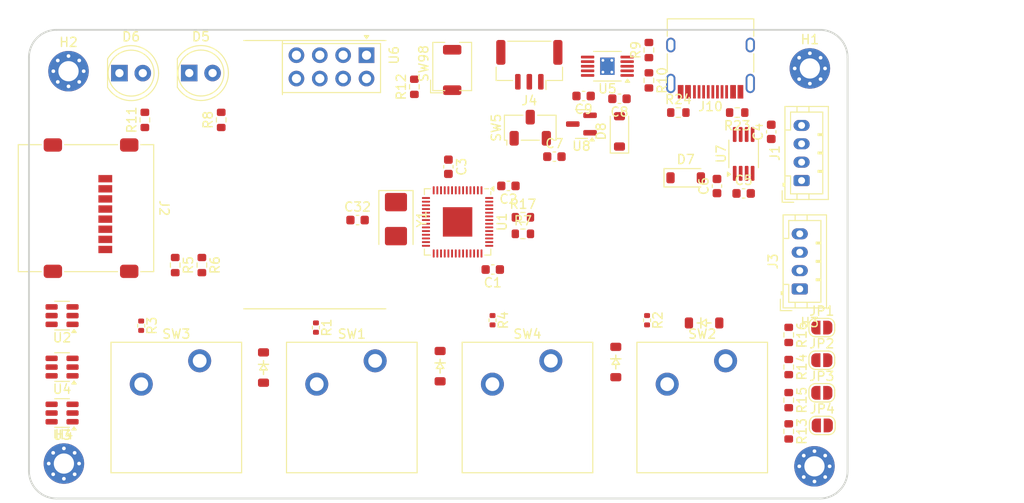
<source format=kicad_pcb>
(kicad_pcb (version 20241229) (generator "pcbnew") (generator_version "9.0")
  (layers (0 "F.Cu" signal) (2 "B.Cu" signal) (13 "F.Paste" user) (15 "B.Paste" user) (5 "F.SilkS" user "F.Silkscreen") (7 "B.SilkS" user "B.Silkscreen") (1 "F.Mask" user) (3 "B.Mask" user) (25 "Edge.Cuts" user))
  (net 0 "")
  (net 1 "GND")
  (net 2 "VBUS")
  (net 3 "VDD")
  (net 4 "/SW_1")
  (net 5 "Net-(D1-A)")
  (net 6 "/SW_2")
  (net 7 "Net-(D2-A)")
  (net 8 "/SW_3")
  (net 9 "Net-(D3-A)")
  (net 10 "Net-(D4-A)")
  (net 11 "/SW_4")
  (net 12 "Net-(D5-K)")
  (net 13 "Net-(D5-A)")
  (net 14 "VBAT")
  (net 15 "/nRF_UART_TX")
  (net 16 "/nRF_UART_RX")
  (net 17 "/SPI1_MISO")
  (net 18 "/SPI1_CS")
  (net 20 "/SPI1_SCK")
  (net 22 "Net-(J4-Pin_3)")
  (net 23 "/D-")
  (net 25 "Net-(J10-CC1)")
  (net 26 "Net-(J10-CC2)")
  (net 27 "/D+")
  (net 29 "/ADD_B0")
  (net 30 "/ADD_B1")
  (net 31 "/ADD_B2")
  (net 32 "/ADD_B3")
  (net 33 "Net-(R1-Pad2)")
  (net 34 "Net-(R2-Pad2)")
  (net 35 "Net-(R3-Pad2)")
  (net 36 "Net-(R4-Pad2)")
  (net 37 "Net-(U5-PRETERM)")
  (net 38 "Net-(U5-ISET)")
  (net 39 "/~{RESET}")
  (net 43 "+3.3V")
  (net 45 "/SPI1_MOSI")
  (net 47 "Net-(J10-D--PadA7)")
  (net 48 "Net-(J10-D+-PadA6)")
  (net 52 "Net-(U1-XIN)")
  (net 55 "Net-(U1-VREG_VOUT)")
  (net 58 "Net-(U1-XOUT)")
  (net 92 "/RP_SWDIO")
  (net 93 "/RP_SWCK")
  (net 94 "/RP_SDA0")
  (net 95 "/RP_SCK0")
  (net 96 "Net-(D6-A)")
  (net 98 "Net-(U7-GND)")
  (net 99 "Net-(U7-SENSE)")
  (net 100 "Net-(U7-BYP)")
  (net 101 "Net-(D7-A)")
  (net 102 "Net-(SW5-A)")
  (net 103 "Net-(D8-A)")
  (footprint "Capacitor_SMD:C_0603_1608Metric" (layer "F.Cu") (at 109.1 51.9 -90)
    (property "Reference" "C3" (at 0 -1.43 90) (layer "F.SilkS"))
    (property "Value" "1u")
    (pad "1" smd roundrect (at -0.775 0 270) (size 0.9 0.95) (layers "F.Cu" "F.Mask" "F.Paste") (net 1 "GND"))
    (pad "2" smd roundrect (at 0.775 0 270) (size 0.9 0.95) (layers "F.Cu" "F.Mask" "F.Paste") (net 43 "+3.3V"))
  )
  (footprint "Capacitor_SMD:C_0603_1608Metric" (layer "F.Cu") (at 127.7 44.5 180)
    (property "Reference" "C8" (at 0 -1.43 0) (layer "F.SilkS"))
    (property "Value" "1u")
    (pad "1" smd roundrect (at -0.775 0 180) (size 0.9 0.95) (layers "F.Cu" "F.Mask" "F.Paste") (net 2 "VBUS"))
    (pad "2" smd roundrect (at 0.775 0 180) (size 0.9 0.95) (layers "F.Cu" "F.Mask" "F.Paste") (net 1 "GND"))
  )
  (footprint "Resistor_SMD:R_0402_1005Metric" (layer "F.Cu") (at 94.7 69.4 -90)
    (property "Reference" "R1" (at 0 -1.17 90) (layer "F.SilkS"))
    (property "Value" "100")
    (pad "1" smd roundrect (at -0.509999 0 270) (size 0.54 0.64) (layers "F.Cu" "F.Mask" "F.Paste") (net 3 "VDD"))
    (pad "2" smd roundrect (at 0.509999 0 270) (size 0.54 0.64) (layers "F.Cu" "F.Mask" "F.Paste") (net 33 "Net-(R1-Pad2)"))
  )
  (footprint "Resistor_SMD:R_0603_1608Metric" (layer "F.Cu") (at 146.1 70.2 -90)
    (property "Reference" "R16" (at 0 -1.43 90) (layer "F.SilkS"))
    (property "Value" "10k")
    (pad "1" smd roundrect (at -0.825 0 270) (size 0.8 0.95) (layers "F.Cu" "F.Mask" "F.Paste") (net 29 "/ADD_B0"))
    (pad "2" smd roundrect (at 0.825 0 270) (size 0.8 0.95) (layers "F.Cu" "F.Mask" "F.Paste") (net 1 "GND"))
  )
  (footprint "Resistor_SMD:R_0603_1608Metric" (layer "F.Cu") (at 140.5 46 180)
    (property "Reference" "R23" (at 0 -1.43 0) (layer "F.SilkS"))
    (property "Value" "5.1K")
    (pad "1" smd roundrect (at -0.825 0 180) (size 0.8 0.95) (layers "F.Cu" "F.Mask" "F.Paste") (net 1 "GND"))
    (pad "2" smd roundrect (at 0.825 0 180) (size 0.8 0.95) (layers "F.Cu" "F.Mask" "F.Paste") (net 25 "Net-(J10-CC1)"))
  )
  (footprint "Package_DFN_QFN:QFN-56-1EP_7x7mm_P0.4mm_EP3.2x3.2mm" (layer "F.Cu") (at 110.1 57.9 -90)
    (property "Reference" "U1" (at 0 -4.83 90) (layer "F.SilkS"))
    (property "Value" "RP2040")
    (pad "1" smd roundrect (at -3.4375 -2.6 270) (size 0.875 0.2) (layers "F.Cu" "F.Mask" "F.Paste") (net 43 "+3.3V"))
    (pad "2" smd roundrect (at -3.4375 -2.199999 270) (size 0.875 0.2) (layers "F.Cu" "F.Mask" "F.Paste"))
    (pad "3" smd roundrect (at -3.4375 -1.8 270) (size 0.875 0.2) (layers "F.Cu" "F.Mask" "F.Paste"))
    (pad "4" smd roundrect (at -3.4375 -1.4 270) (size 0.875 0.2) (layers "F.Cu" "F.Mask" "F.Paste"))
    (pad "5" smd roundrect (at -3.4375 -1 270) (size 0.875 0.2) (layers "F.Cu" "F.Mask" "F.Paste"))
    (pad "6" smd roundrect (at -3.4375 -0.600001 270) (size 0.875 0.2) (layers "F.Cu" "F.Mask" "F.Paste"))
    (pad "7" smd roundrect (at -3.4375 -0.2 270) (size 0.875 0.2) (layers "F.Cu" "F.Mask" "F.Paste"))
    (pad "8" smd roundrect (at -3.4375 0.2 270) (size 0.875 0.2) (layers "F.Cu" "F.Mask" "F.Paste"))
    (pad "9" smd roundrect (at -3.4375 0.600001 270) (size 0.875 0.2) (layers "F.Cu" "F.Mask" "F.Paste"))
    (pad "10" smd roundrect (at -3.4375 1 270) (size 0.875 0.2) (layers "F.Cu" "F.Mask" "F.Paste") (net 43 "+3.3V"))
    (pad "11" smd roundrect (at -3.4375 1.4 270) (size 0.875 0.2) (layers "F.Cu" "F.Mask" "F.Paste"))
    (pad "12" smd roundrect (at -3.4375 1.8 270) (size 0.875 0.2) (layers "F.Cu" "F.Mask" "F.Paste"))
    (pad "13" smd roundrect (at -3.4375 2.199999 270) (size 0.875 0.2) (layers "F.Cu" "F.Mask" "F.Paste"))
    (pad "14" smd roundrect (at -3.4375 2.6 270) (size 0.875 0.2) (layers "F.Cu" "F.Mask" "F.Paste"))
    (pad "15" smd roundrect (at -2.6 3.4375 270) (size 0.2 0.875) (layers "F.Cu" "F.Mask" "F.Paste"))
    (pad "16" smd roundrect (at -2.199999 3.4375 270) (size 0.2 0.875) (layers "F.Cu" "F.Mask" "F.Paste"))
    (pad "17" smd roundrect (at -1.8 3.4375 270) (size 0.2 0.875) (layers "F.Cu" "F.Mask" "F.Paste"))
    (pad "18" smd roundrect (at -1.4 3.4375 270) (size 0.2 0.875) (layers "F.Cu" "F.Mask" "F.Paste"))
    (pad "19" smd roundrect (at -1 3.4375 270) (size 0.2 0.875) (layers "F.Cu" "F.Mask" "F.Paste") (net 1 "GND"))
    (pad "20" smd roundrect (at -0.600001 3.4375 270) (size 0.2 0.875) (layers "F.Cu" "F.Mask" "F.Paste") (net 52 "Net-(U1-XIN)"))
    (pad "21" smd roundrect (at -0.2 3.4375 270) (size 0.2 0.875) (layers "F.Cu" "F.Mask" "F.Paste") (net 58 "Net-(U1-XOUT)"))
    (pad "22" smd roundrect (at 0.2 3.4375 270) (size 0.2 0.875) (layers "F.Cu" "F.Mask" "F.Paste") (net 43 "+3.3V"))
    (pad "23" smd roundrect (at 0.600001 3.4375 270) (size 0.2 0.875) (layers "F.Cu" "F.Mask" "F.Paste") (net 55 "Net-(U1-VREG_VOUT)"))
    (pad "24" smd roundrect (at 1 3.4375 270) (size 0.2 0.875) (layers "F.Cu" "F.Mask" "F.Paste") (net 93 "/RP_SWCK"))
    (pad "25" smd roundrect (at 1.4 3.4375 270) (size 0.2 0.875) (layers "F.Cu" "F.Mask" "F.Paste") (net 92 "/RP_SWDIO"))
    (pad "26" smd roundrect (at 1.8 3.4375 270) (size 0.2 0.875) (layers "F.Cu" "F.Mask" "F.Paste") (net 39 "/~{RESET}"))
    (pad "27" smd roundrect (at 2.199999 3.4375 270) (size 0.2 0.875) (layers "F.Cu" "F.Mask" "F.Paste"))
    (pad "28" smd roundrect (at 2.6 3.4375 270) (size 0.2 0.875) (layers "F.Cu" "F.Mask" "F.Paste"))
    (pad "29" smd roundrect (at 3.4375 2.6 270) (size 0.875 0.2) (layers "F.Cu" "F.Mask" "F.Paste"))
    (pad "30" smd roundrect (at 3.4375 2.199999 270) (size 0.875 0.2) (layers "F.Cu" "F.Mask" "F.Paste"))
    (pad "31" smd roundrect (at 3.4375 1.8 270) (size 0.875 0.2) (layers "F.Cu" "F.Mask" "F.Paste"))
    (pad "32" smd roundrect (at 3.4375 1.4 270) (size 0.875 0.2) (layers "F.Cu" "F.Mask" "F.Paste"))
    (pad "33" smd roundrect (at 3.4375 1 270) (size 0.875 0.2) (layers "F.Cu" "F.Mask" "F.Paste") (net 43 "+3.3V"))
    (pad "34" smd roundrect (at 3.4375 0.600001 270) (size 0.875 0.2) (layers "F.Cu" "F.Mask" "F.Paste"))
    (pad "35" smd roundrect (at 3.4375 0.2 270) (size 0.875 0.2) (layers "F.Cu" "F.Mask" "F.Paste"))
    (pad "36" smd roundrect (at 3.4375 -0.2 270) (size 0.875 0.2) (layers "F.Cu" "F.Mask" "F.Paste"))
    (pad "37" smd roundrect (at 3.4375 -0.600001 270) (size 0.875 0.2) (layers "F.Cu" "F.Mask" "F.Paste"))
    (pad "38" smd roundrect (at 3.4375 -1 270) (size 0.875 0.2) (layers "F.Cu" "F.Mask" "F.Paste"))
    (pad "39" smd roundrect (at 3.4375 -1.4 270) (size 0.875 0.2) (layers "F.Cu" "F.Mask" "F.Paste"))
    (pad "40" smd roundrect (at 3.4375 -1.8 270) (size 0.875 0.2) (layers "F.Cu" "F.Mask" "F.Paste"))
    (pad "41" smd roundrect (at 3.4375 -2.199999 270) (size 0.875 0.2) (layers "F.Cu" "F.Mask" "F.Paste"))
    (pad "42" smd roundrect (at 3.4375 -2.6 270) (size 0.875 0.2) (layers "F.Cu" "F.Mask" "F.Paste") (net 43 "+3.3V"))
    (pad "43" smd roundrect (at 2.6 -3.4375 270) (size 0.2 0.875) (layers "F.Cu" "F.Mask" "F.Paste") (net 43 "+3.3V"))
    (pad "44" smd roundrect (at 2.199999 -3.4375 270) (size 0.2 0.875) (layers "F.Cu" "F.Mask" "F.Paste") (net 43 "+3.3V"))
    (pad "45" smd roundrect (at 1.8 -3.4375 270) (size 0.2 0.875) (layers "F.Cu" "F.Mask" "F.Paste") (net 55 "Net-(U1-VREG_VOUT)"))
    (pad "46" smd roundrect (at 1.4 -3.4375 270) (size 0.2 0.875) (layers "F.Cu" "F.Mask" "F.Paste") (net 23 "/D-"))
    (pad "47" smd roundrect (at 1 -3.4375 270) (size 0.2 0.875) (layers "F.Cu" "F.Mask" "F.Paste") (net 27 "/D+"))
    (pad "48" smd roundrect (at 0.600001 -3.4375 270) (size 0.2 0.875) (layers "F.Cu" "F.Mask" "F.Paste") (net 43 "+3.3V"))
    (pad "49" smd roundrect (at 0.2 -3.4375 270) (size 0.2 0.875) (layers "F.Cu" "F.Mask" "F.Paste") (net 43 "+3.3V"))
    (pad "50" smd roundrect (at -0.2 -3.4375 270) (size 0.2 0.875) (layers "F.Cu" "F.Mask" "F.Paste") (net 55 "Net-(U1-VREG_VOUT)"))
    (pad "51" smd roundrect (at -0.600001 -3.4375 270) (size 0.2 0.875) (layers "F.Cu" "F.Mask" "F.Paste"))
    (pad "52" smd roundrect (at -1 -3.4375 270) (size 0.2 0.875) (layers "F.Cu" "F.Mask" "F.Paste") (net 20 "/SPI1_SCK"))
    (pad "53" smd roundrect (at -1.4 -3.4375 270) (size 0.2 0.875) (layers "F.Cu" "F.Mask" "F.Paste"))
    (pad "54" smd roundrect (at -1.8 -3.4375 270) (size 0.2 0.875) (layers "F.Cu" "F.Mask" "F.Paste"))
    (pad "55" smd roundrect (at -2.199999 -3.4375 270) (size 0.2 0.875) (layers "F.Cu" "F.Mask" "F.Paste") (net 17 "/SPI1_MISO"))
    (pad "56" smd roundrect (at -2.6 -3.4375 270) (size 0.2 0.875) (layers "F.Cu" "F.Mask" "F.Paste"))
    (pad "57" smd rect (at 0 0 270) (size 3.2 3.2) (property pad_prop_heatsink) (layers "F.Cu" "F.Mask") (net 1 "GND"))
  )
  (footprint "Capacitor_SMD:C_0603_1608Metric" (layer "F.Cu") (at 99.225 57.7)
    (property "Reference" "C32" (at 0 -1.43 0) (layer "F.SilkS"))
    (property "Value" "1u")
    (pad "1" smd roundrect (at -0.775 0) (size 0.9 0.95) (layers "F.Cu" "F.Mask" "F.Paste") (net 1 "GND"))
    (pad "2" smd roundrect (at 0.775 0) (size 0.9 0.95) (layers "F.Cu" "F.Mask" "F.Paste") (net 43 "+3.3V"))
  )
  (footprint "ScottoKeebs_MX:MX_PCB_1.00u" (layer "F.Cu") (at 79.52 78.1)
    (property "Reference" "SW3" (at 0 -8 0) (layer "F.SilkS"))
    (property "Value" "1")
    (pad "" np_thru_hole circle (at -5.08 0) (size 1.75 1.75) (drill 1.75) (layers "*.Cu" "*.Mask"))
    (pad "" np_thru_hole circle (at 0 0) (size 4 4) (drill 4) (layers "*.Cu" "*.Mask"))
    (pad "" np_thru_hole circle (at 5.08 0) (size 1.75 1.75) (drill 1.75) (layers "*.Cu" "*.Mask"))
    (pad "1" thru_hole circle (at -3.81 -2.54) (size 2.5 2.5) (drill 1.5) (layers "*.Cu" "*.Mask") (net 35 "Net-(R3-Pad2)"))
    (pad "2" thru_hole circle (at 2.54 -5.08) (size 2.5 2.5) (drill 1.5) (layers "*.Cu" "*.Mask") (net 9 "Net-(D3-A)"))
  )
  (footprint "Crystal:Crystal_SMD_5032-2Pin_5.0x3.2mm" (layer "F.Cu") (at 103.4 57.6 -90)
    (property "Reference" "Y1" (at 0 -2.8 90) (layer "F.SilkS"))
    (property "Value" "12MHz")
    (pad "1" smd roundrect (at -1.850001 0 270) (size 2 2.4) (layers "F.Cu" "F.Mask" "F.Paste") (roundrect_rratio 0.125) (net 52 "Net-(U1-XIN)"))
    (pad "2" smd roundrect (at 1.850001 0 270) (size 2 2.4) (layers "F.Cu" "F.Mask" "F.Paste") (roundrect_rratio 0.125) (net 58 "Net-(U1-XOUT)"))
  )
  (footprint "MountingHole:MountingHole_2.2mm_M2_Pad_Via" (layer "F.Cu") (at 67.3 84.2)
    (property "Reference" "H4" (at 0 -3.15 0) (layer "F.SilkS"))
    (property "Value" "MountingHole_Pad")
    (pad "1" thru_hole circle (at -1.65 0) (size 0.7 0.7) (drill 0.4) (layers "*.Cu" "*.Mask") (net 1 "GND"))
    (pad "1" thru_hole circle (at -1.166726 -1.166726) (size 0.7 0.7) (drill 0.4) (layers "*.Cu" "*.Mask") (net 1 "GND"))
    (pad "1" thru_hole circle (at -1.166726 1.166726) (size 0.7 0.7) (drill 0.4) (layers "*.Cu" "*.Mask") (net 1 "GND"))
    (pad "1" thru_hole circle (at 0 -1.65) (size 0.7 0.7) (drill 0.4) (layers "*.Cu" "*.Mask") (net 1 "GND"))
    (pad "1" thru_hole circle (at 0 0) (size 4.4 4.4) (drill 2.2) (layers "*.Cu" "*.Mask") (net 1 "GND"))
    (pad "1" thru_hole circle (at 0 1.65) (size 0.7 0.7) (drill 0.4) (layers "*.Cu" "*.Mask") (net 1 "GND"))
    (pad "1" thru_hole circle (at 1.166726 -1.166726) (size 0.7 0.7) (drill 0.4) (layers "*.Cu" "*.Mask") (net 1 "GND"))
    (pad "1" thru_hole circle (at 1.166726 1.166726) (size 0.7 0.7) (drill 0.4) (layers "*.Cu" "*.Mask") (net 1 "GND"))
    (pad "1" thru_hole circle (at 1.65 0) (size 0.7 0.7) (drill 0.4) (layers "*.Cu" "*.Mask") (net 1 "GND"))
  )
  (footprint "Package_TO_SOT_SMD:SOT-23-6" (layer "F.Cu") (at 67.1 68.1 180)
    (property "Reference" "U2" (at 0 -2.4 0) (layer "F.SilkS"))
    (property "Value" "24AA025E-OT")
    (pad "1" smd roundrect (at -1.1375 -0.949999 180) (size 1.325 0.6) (layers "F.Cu" "F.Mask" "F.Paste") (net 95 "/RP_SCK0"))
    (pad "2" smd roundrect (at -1.1375 0 180) (size 1.325 0.6) (layers "F.Cu" "F.Mask" "F.Paste") (net 1 "GND"))
    (pad "3" smd roundrect (at -1.1375 0.949999 180) (size 1.325 0.6) (layers "F.Cu" "F.Mask" "F.Paste") (net 94 "/RP_SDA0"))
    (pad "4" smd roundrect (at 1.1375 0.949999 180) (size 1.325 0.6) (layers "F.Cu" "F.Mask" "F.Paste") (net 1 "GND"))
    (pad "5" smd roundrect (at 1.1375 0 180) (size 1.325 0.6) (layers "F.Cu" "F.Mask" "F.Paste") (net 1 "GND"))
    (pad "6" smd roundrect (at 1.1375 -0.949999 180) (size 1.325 0.6) (layers "F.Cu" "F.Mask" "F.Paste") (net 43 "+3.3V"))
  )
  (footprint "ScottoKeebs_Components:Diode_SOD-123" (layer "F.Cu") (at 108.2 73.6 -90)
    (property "Reference" "D1" (hide yes))
    (property "Value" "ESC")
    (pad "1" smd roundrect (at -1.65 0 270) (size 0.9 1.2) (layers "F.Cu" "F.Mask" "F.Paste") (net 4 "/SW_1"))
    (pad "2" smd roundrect (at 1.65 0 270) (size 0.9 1.2) (layers "F.Cu" "F.Mask" "F.Paste") (net 5 "Net-(D1-A)"))
  )
  (footprint "Jumper:SolderJumper-2_P1.3mm_Open_RoundedPad1.0x1.5mm" (layer "F.Cu") (at 149.7 76.5)
    (property "Reference" "JP3" (at 0 -1.8 0) (layer "F.SilkS"))
    (property "Value" "SolderJumper_2_Open")
    (pad "1" smd custom (at -0.649999 0) (size 1 0.5) (layers "F.Cu" "F.Mask") (net 31 "/ADD_B2") (options (clearance outline) (anchor rect)) (primitives (gr_circle (center 0 0.25) (end 0.5 0.25) (width 0) (fill yes)) (gr_circle (center 0 -0.25) (end 0.5 -0.25) (width 0) (fill yes)) (gr_poly (pts (xy 0.5 0.75) (xy 0 0.75) (xy 0 -0.75) (xy 0.5 -0.75)) (width 0) (fill yes))))
    (pad "2" smd custom (at 0.649999 0) (size 1 0.5) (layers "F.Cu" "F.Mask") (net 3 "VDD") (options (clearance outline) (anchor rect)) (primitives (gr_circle (center 0 0.25) (end 0.5 0.25) (width 0) (fill yes)) (gr_circle (center 0 -0.25) (end 0.5 -0.25) (width 0) (fill yes)) (gr_poly (pts (xy 0 0.75) (xy -0.5 0.75) (xy -0.5 -0.75) (xy 0 -0.75)) (width 0) (fill yes))))
  )
  (footprint "Resistor_SMD:R_0603_1608Metric" (layer "F.Cu") (at 117.2 57.4)
    (property "Reference" "R17" (at 0 -1.43 0) (layer "F.SilkS"))
    (property "Value" "22")
    (pad "1" smd roundrect (at -0.825 0) (size 0.8 0.95) (layers "F.Cu" "F.Mask" "F.Paste") (net 27 "/D+"))
    (pad "2" smd roundrect (at 0.825 0) (size 0.8 0.95) (layers "F.Cu" "F.Mask" "F.Paste") (net 48 "Net-(J10-D+-PadA6)"))
  )
  (footprint "Resistor_SMD:R_0603_1608Metric" (layer "F.Cu") (at 117.2 59.2)
    (property "Reference" "R7" (at 0 -1.43 0) (layer "F.SilkS"))
    (property "Value" "22")
    (pad "1" smd roundrect (at -0.825 0) (size 0.8 0.95) (layers "F.Cu" "F.Mask" "F.Paste") (net 23 "/D-"))
    (pad "2" smd roundrect (at 0.825 0) (size 0.8 0.95) (layers "F.Cu" "F.Mask" "F.Paste") (net 47 "Net-(J10-D--PadA7)"))
  )
  (footprint "Capacitor_SMD:C_0603_1608Metric" (layer "F.Cu") (at 120.625 50.8)
    (property "Reference" "C7" (at 0 -1.43 0) (layer "F.SilkS"))
    (property "Value" "1u")
    (pad "1" smd roundrect (at -0.775 0) (size 0.9 0.95) (layers "F.Cu" "F.Mask" "F.Paste") (net 102 "Net-(SW5-A)"))
    (pad "2" smd roundrect (at 0.775 0) (size 0.9 0.95) (layers "F.Cu" "F.Mask" "F.Paste") (net 1 "GND"))
  )
  (footprint "MountingHole:MountingHole_2.2mm_M2_Pad_Via" (layer "F.Cu") (at 148.9 84.5)
    (property "Reference" "H3" (at -0.52028 -15.658147 180) (layer "F.SilkS"))
    (property "Value" "MountingHole_Pad")
    (pad "1" thru_hole circle (at -1.65 0) (size 0.7 0.7) (drill 0.4) (layers "*.Cu" "*.Mask") (net 14 "VBAT"))
    (pad "1" thru_hole circle (at -1.166726 -1.166726) (size 0.7 0.7) (drill 0.4) (layers "*.Cu" "*.Mask") (net 14 "VBAT"))
    (pad "1" thru_hole circle (at -1.166726 1.166726) (size 0.7 0.7) (drill 0.4) (layers "*.Cu" "*.Mask") (net 14 "VBAT"))
    (pad "1" thru_hole circle (at 0 -1.65) (size 0.7 0.7) (drill 0.4) (layers "*.Cu" "*.Mask") (net 14 "VBAT"))
    (pad "1" thru_hole circle (at 0 0) (size 4.4 4.4) (drill 2.2) (layers "*.Cu" "*.Mask") (net 14 "VBAT"))
    (pad "1" thru_hole circle (at 0 1.65) (size 0.7 0.7) (drill 0.4) (layers "*.Cu" "*.Mask") (net 14 "VBAT"))
    (pad "1" thru_hole circle (at 1.166726 -1.166726) (size 0.7 0.7) (drill 0.4) (layers "*.Cu" "*.Mask") (net 14 "VBAT"))
    (pad "1" thru_hole circle (at 1.166726 1.166726) (size 0.7 0.7) (drill 0.4) (layers "*.Cu" "*.Mask") (net 14 "VBAT"))
    (pad "1" thru_hole circle (at 1.65 0) (size 0.7 0.7) (drill 0.4) (layers "*.Cu" "*.Mask") (net 14 "VBAT"))
  )
  (footprint "Resistor_SMD:R_0603_1608Metric" (layer "F.Cu") (at 134.1 46)
    (property "Reference" "R24" (at 0 -1.43 0) (layer "F.SilkS"))
    (property "Value" "5.1K")
    (pad "1" smd roundrect (at -0.825 0) (size 0.8 0.95) (layers "F.Cu" "F.Mask" "F.Paste") (net 1 "GND"))
    (pad "2" smd roundrect (at 0.825 0) (size 0.8 0.95) (layers "F.Cu" "F.Mask" "F.Paste") (net 26 "Net-(J10-CC2)"))
  )
  (footprint "Capacitor_SMD:C_0603_1608Metric" (layer "F.Cu") (at 138.3 54 90)
    (property "Reference" "C6" (at 0 -1.43 90) (layer "F.SilkS"))
    (property "Value" "10u")
    (pad "1" smd roundrect (at -0.775 0 90) (size 0.9 0.95) (layers "F.Cu" "F.Mask" "F.Paste") (net 98 "Net-(U7-GND)"))
    (pad "2" smd roundrect (at 0.775 0 90) (size 0.9 0.95) (layers "F.Cu" "F.Mask" "F.Paste") (net 101 "Net-(D7-A)"))
  )
  (footprint "Resistor_SMD:R_0603_1608Metric" (layer "F.Cu") (at 146.1 77.3 -90)
    (property "Reference" "R15" (at 0 -1.43 90) (layer "F.SilkS"))
    (property "Value" "10k")
    (pad "1" smd roundrect (at -0.825 0 270) (size 0.8 0.95) (layers "F.Cu" "F.Mask" "F.Paste") (net 30 "/ADD_B1"))
    (pad "2" smd roundrect (at 0.825 0 270) (size 0.8 0.95) (layers "F.Cu" "F.Mask" "F.Paste") (net 1 "GND"))
  )
  (footprint "ScottoKeebs_MX:MX_PCB_1.00u" (layer "F.Cu") (at 98.6 78.1)
    (property "Reference" "SW1" (at 0 -8 0) (layer "F.SilkS"))
    (property "Value" "ESC")
    (pad "" np_thru_hole circle (at -5.08 0) (size 1.75 1.75) (drill 1.75) (layers "*.Cu" "*.Mask"))
    (pad "" np_thru_hole circle (at 0 0) (size 4 4) (drill 4) (layers "*.Cu" "*.Mask"))
    (pad "" np_thru_hole circle (at 5.08 0) (size 1.75 1.75) (drill 1.75) (layers "*.Cu" "*.Mask"))
    (pad "1" thru_hole circle (at -3.81 -2.54) (size 2.5 2.5) (drill 1.5) (layers "*.Cu" "*.Mask") (net 33 "Net-(R1-Pad2)"))
    (pad "2" thru_hole circle (at 2.54 -5.08) (size 2.5 2.5) (drill 1.5) (layers "*.Cu" "*.Mask") (net 5 "Net-(D1-A)"))
  )
  (footprint "Package_SO:HVSSOP-10-1EP_3x3mm_P0.5mm_EP1.57x1.88mm_ThermalVias" (layer "F.Cu") (at 126.385 40.96 180)
    (property "Reference" "U5" (at 0 -2.450001 0) (layer "F.SilkS"))
    (property "Value" "BQ24090DGQ")
    (pad "1" smd roundrect (at -2.15 -1 180) (size 1.45 0.3) (layers "F.Cu" "F.Mask" "F.Paste") (net 2 "VBUS"))
    (pad "2" smd roundrect (at -2.15 -0.5 180) (size 1.45 0.3) (layers "F.Cu" "F.Mask" "F.Paste") (net 38 "Net-(U5-ISET)"))
    (pad "3" smd roundrect (at -2.150001 0 180) (size 1.45 0.3) (layers "F.Cu" "F.Mask" "F.Paste") (net 1 "GND"))
    (pad "4" smd roundrect (at -2.15 0.5 180) (size 1.45 0.3) (layers "F.Cu" "F.Mask" "F.Paste") (net 37 "Net-(U5-PRETERM)"))
    (pad "5" smd roundrect (at -2.15 1 180) (size 1.45 0.3) (layers "F.Cu" "F.Mask" "F.Paste"))
    (pad "6" smd roundrect (at 2.15 1 180) (size 1.45 0.3) (layers "F.Cu" "F.Mask" "F.Paste"))
    (pad "7" smd roundrect (at 2.15 0.5 180) (size 1.45 0.3) (layers "F.Cu" "F.Mask" "F.Paste"))
    (pad "8" smd roundrect (at 2.150001 0 180) (size 1.45 0.3) (layers "F.Cu" "F.Mask" "F.Paste") (net 12 "Net-(D5-K)"))
    (pad "9" smd roundrect (at 2.15 -0.5 180) (size 1.45 0.3) (layers "F.Cu" "F.Mask" "F.Paste") (net 22 "Net-(J4-Pin_3)"))
    (pad "10" smd roundrect (at 2.15 -1 180) (size 1.45 0.3) (layers "F.Cu" "F.Mask" "F.Paste") (net 14 "VBAT"))
    (pad "11" thru_hole circle (at -0.485 -0.64 180) (size 0.6 0.6) (drill 0.3) (property pad_prop_heatsink) (layers "*.Cu") (net 1 "GND"))
    (pad "11" thru_hole circle (at -0.485 0.64 180) (size 0.6 0.6) (drill 0.3) (property pad_prop_heatsink) (layers "*.Cu") (net 1 "GND"))
    (pad "11" smd rect (at 0 0 180) (size 1.57 1.88) (property pad_prop_heatsink) (layers "F.Cu" "F.Mask") (net 1 "GND"))
    (pad "11" smd rect (at 0 0 180) (size 1.57 1.88) (property pad_prop_heatsink) (layers "B.Cu") (net 1 "GND"))
    (pad "11" thru_hole circle (at 0.485 -0.64 180) (size 0.6 0.6) (drill 0.3) (property pad_prop_heatsink) (layers "*.Cu") (net 1 "GND"))
    (pad "11" thru_hole circle (at 0.485 0.64 180) (size 0.6 0.6) (drill 0.3) (property pad_prop_heatsink) (layers "*.Cu") (net 1 "GND"))
  )
  (footprint "Package_TO_SOT_SMD:SOT-23" (layer "F.Cu") (at 123.5625 47.25 180)
    (property "Reference" "U8" (at 0 -2.4 0) (layer "F.SilkS"))
    (property "Value" "MCP1700x-330xxTT")
    (pad "1" smd roundrect (at -0.9375 -0.95 180) (size 1.475 0.6) (layers "F.Cu" "F.Mask" "F.Paste") (net 1 "GND"))
    (pad "2" smd roundrect (at -0.9375 0.95 180) (size 1.475 0.6) (layers "F.Cu" "F.Mask" "F.Paste") (net 103 "Net-(D8-A)"))
    (pad "3" smd roundrect (at 0.937501 0 180) (size 1.475 0.6) (layers "F.Cu" "F.Mask" "F.Paste") (net 102 "Net-(SW5-A)"))
  )
  (footprint "Connector_Card:microSD_HC_Molex_47219-2001" (layer "F.Cu") (at 69.7 56.405 -90)
    (property "Reference" "J2" (at 0 -8.500001 270) (layer "F.SilkS"))
    (property "Value" "Micro_SD_Card")
    (pad "1" smd rect (at -3.205 -2.1 270) (size 0.8 1.5) (layers "F.Cu" "F.Mask" "F.Paste"))
    (pad "2" smd rect (at -2.105 -2.1 270) (size 0.8 1.5) (layers "F.Cu" "F.Mask" "F.Paste") (net 18 "/SPI1_CS"))
    (pad "3" smd rect (at -1.005 -2.1 270) (size 0.8 1.5) (layers "F.Cu" "F.Mask" "F.Paste") (net 45 "/SPI1_MOSI"))
    (pad "4" smd rect (at 0.095 -2.1 270) (size 0.8 1.5) (layers "F.Cu" "F.Mask" "F.Paste") (net 43 "+3.3V"))
    (pad "5" smd rect (at 1.195 -2.1 270) (size 0.8 1.5) (layers "F.Cu" "F.Mask" "F.Paste") (net 20 "/SPI1_SCK"))
    (pad "6" smd rect (at 2.295 -2.1 270) (size 0.8 1.5) (layers "F.Cu" "F.Mask" "F.Paste") (net 1 "GND"))
    (pad "7" smd rect (at 3.395 -2.1 270) (size 0.8 1.5) (layers "F.Cu" "F.Mask" "F.Paste") (net 17 "/SPI1_MISO"))
    (pad "8" smd rect (at 4.495 -2.1 270) (size 0.8 1.5) (layers "F.Cu" "F.Mask" "F.Paste"))
    (pad "9" smd roundrect (at -6.875001 3.6 270) (size 1.45 2) (layers "F.Cu" "F.Mask" "F.Paste") (net 1 "GND"))
    (pad "9" smd roundrect (at -6.875 -4.7 270) (size 1.45 2) (layers "F.Cu" "F.Mask" "F.Paste") (net 1 "GND"))
    (pad "9" smd roundrect (at 6.875 -4.7 270) (size 1.45 2) (layers "F.Cu" "F.Mask" "F.Paste") (net 1 "GND"))
    (pad "9" smd roundrect (at 6.875001 3.6 270) (size 1.45 2) (layers "F.Cu" "F.Mask" "F.Paste") (net 1 "GND"))
  )
  (footprint "Capacitor_SMD:C_0603_1608Metric" (layer "F.Cu") (at 115.624517 53.983096 180)
    (property "Reference" "C2" (at 0 -1.43 0) (layer "F.SilkS"))
    (property "Value" "1u")
    (pad "1" smd roundrect (at -0.775 0 180) (size 0.9 0.95) (layers "F.Cu" "F.Mask" "F.Paste") (net 1 "GND"))
    (pad "2" smd roundrect (at 0.775 0 180) (size 0.9 0.95) (layers "F.Cu" "F.Mask" "F.Paste") (net 43 "+3.3V"))
  )
  (footprint "Resistor_SMD:R_0603_1608Metric" (layer "F.Cu") (at 130.9 42.5 -90)
    (property "Reference" "R10" (at 0 -1.43 90) (layer "F.SilkS"))
    (property "Value" "1k")
    (pad "1" smd roundrect (at -0.825 0 270) (size 0.8 0.95) (layers "F.Cu" "F.Mask" "F.Paste") (net 38 "Net-(U5-ISET)"))
    (pad "2" smd roundrect (at 0.825 0 270) (size 0.8 0.95) (layers "F.Cu" "F.Mask" "F.Paste") (net 1 "GND"))
  )
  (footprint "Jumper:SolderJumper-2_P1.3mm_Open_RoundedPad1.0x1.5mm" (layer "F.Cu") (at 149.699999 72.950001)
    (property "Reference" "JP2" (at 0 -1.8 0) (layer "F.SilkS"))
    (property "Value" "SolderJumper_2_Open")
    (pad "1" smd custom (at -0.649999 0) (size 1 0.5) (layers "F.Cu" "F.Mask") (net 30 "/ADD_B1") (options (clearance outline) (anchor rect)) (primitives (gr_circle (center 0 0.25) (end 0.5 0.25) (width 0) (fill yes)) (gr_circle (center 0 -0.25) (end 0.5 -0.25) (width 0) (fill yes)) (gr_poly (pts (xy 0.5 0.75) (xy 0 0.75) (xy 0 -0.75) (xy 0.5 -0.75)) (width 0) (fill yes))))
    (pad "2" smd custom (at 0.649999 0) (size 1 0.5) (layers "F.Cu" "F.Mask") (net 3 "VDD") (options (clearance outline) (anchor rect)) (primitives (gr_circle (center 0 0.25) (end 0.5 0.25) (width 0) (fill yes)) (gr_circle (center 0 -0.25) (end 0.5 -0.25) (width 0) (fill yes)) (gr_poly (pts (xy 0 0.75) (xy -0.5 0.75) (xy -0.5 -0.75) (xy 0 -0.75)) (width 0) (fill yes))))
  )
  (footprint "Diode_SMD:D_SOD-123" (layer "F.Cu") (at 127.7 48.05 90)
    (property "Reference" "D8" (at 0 -2.000001 90) (layer "F.SilkS"))
    (property "Value" "MBR0520")
    (pad "1" smd roundrect (at -1.65 0 90) (size 0.9 1.2) (layers "F.Cu" "F.Mask" "F.Paste") (net 43 "+3.3V"))
    (pad "2" smd roundrect (at 1.65 0 90) (size 0.9 1.2) (layers "F.Cu" "F.Mask" "F.Paste") (net 103 "Net-(D8-A)"))
  )
  (footprint "Resistor_SMD:R_0603_1608Metric" (layer "F.Cu") (at 146.1 73.7 -90)
    (property "Reference" "R14" (at 0 -1.43 90) (layer "F.SilkS"))
    (property "Value" "10k")
    (pad "1" smd roundrect (at -0.825 0 270) (size 0.8 0.95) (layers "F.Cu" "F.Mask" "F.Paste") (net 31 "/ADD_B2"))
    (pad "2" smd roundrect (at 0.825 0 270) (size 0.8 0.95) (layers "F.Cu" "F.Mask" "F.Paste") (net 1 "GND"))
  )
  (footprint "Resistor_SMD:R_0603_1608Metric" (layer "F.Cu") (at 105.4 43.2 90)
    (property "Reference" "R12" (at 0 -1.43 90) (layer "F.SilkS"))
    (property "Value" "10k")
    (pad "1" smd roundrect (at -0.825 0 90) (size 0.8 0.95) (layers "F.Cu" "F.Mask" "F.Paste") (net 3 "VDD"))
    (pad "2" smd roundrect (at 0.825 0 90) (size 0.8 0.95) (layers "F.Cu" "F.Mask" "F.Paste") (net 39 "/~{RESET}"))
  )
  (footprint "Package_TO_SOT_SMD:SOT-23-6" (layer "F.Cu") (at 67.1 78.7 180)
    (property "Reference" "U3" (at 0 -2.4 0) (layer "F.SilkS"))
    (property "Value" "24AA025E-OT")
    (pad "1" smd roundrect (at -1.1375 -0.949999 180) (size 1.325 0.6) (layers "F.Cu" "F.Mask" "F.Paste") (net 95 "/RP_SCK0"))
    (pad "2" smd roundrect (at -1.1375 0 180) (size 1.325 0.6) (layers "F.Cu" "F.Mask" "F.Paste") (net 1 "GND"))
    (pad "3" smd roundrect (at -1.1375 0.949999 180) (size 1.325 0.6) (layers "F.Cu" "F.Mask" "F.Paste") (net 94 "/RP_SDA0"))
    (pad "4" smd roundrect (at 1.1375 0.949999 180) (size 1.325 0.6) (layers "F.Cu" "F.Mask" "F.Paste") (net 1 "GND"))
    (pad "5" smd roundrect (at 1.1375 0 180) (size 1.325 0.6) (layers "F.Cu" "F.Mask" "F.Paste") (net 43 "+3.3V"))
    (pad "6" smd roundrect (at 1.1375 -0.949999 180) (size 1.325 0.6) (layers "F.Cu" "F.Mask" "F.Paste") (net 43 "+3.3V"))
  )
  (footprint "Capacitor_SMD:C_0603_1608Metric" (layer "F.Cu") (at 123.8 44.2 180)
    (property "Reference" "C9" (at 0 -1.43 0) (layer "F.SilkS"))
    (property "Value" "1u")
    (pad "1" smd roundrect (at -0.775 0 180) (size 0.9 0.95) (layers "F.Cu" "F.Mask" "F.Paste") (net 103 "Net-(D8-A)"))
    (pad "2" smd roundrect (at 0.775 0 180) (size 0.9 0.95) (layers "F.Cu" "F.Mask" "F.Paste") (net 1 "GND"))
  )
  (footprint "Connector_USB:USB_C_Receptacle_HRO_TYPE-C-31-M-12" (layer "F.Cu") (at 137.6 39.7 180)
    (property "Reference" "J10" (at 0 -5.645 0) (layer "F.SilkS"))
    (property "Value" "USB_C_Receptacle_USB2.0")
    (pad "" np_thru_hole circle (at -2.89 -2.6 180) (size 0.65 0.65) (drill 0.65) (layers "*.Cu" "*.Mask"))
    (pad "" np_thru_hole circle (at 2.89 -2.6 180) (size 0.65 0.65) (drill 0.65) (layers "*.Cu" "*.Mask"))
    (pad "A1" smd rect (at -3.25 -4.045 180) (size 0.6 1.45) (layers "F.Cu" "F.Mask" "F.Paste") (net 1 "GND"))
    (pad "A4" smd rect (at -2.450001 -4.045 180) (size 0.6 1.45) (layers "F.Cu" "F.Mask" "F.Paste") (net 2 "VBUS"))
    (pad "A5" smd rect (at -1.25 -4.044999 180) (size 0.3 1.45) (layers "F.Cu" "F.Mask" "F.Paste") (net 25 "Net-(J10-CC1)"))
    (pad "A6" smd rect (at -0.25 -4.045 180) (size 0.3 1.45) (layers "F.Cu" "F.Mask" "F.Paste") (net 48 "Net-(J10-D+-PadA6)"))
    (pad "A7" smd rect (at 0.25 -4.045 180) (size 0.3 1.45) (layers "F.Cu" "F.Mask" "F.Paste") (net 47 "Net-(J10-D--PadA7)"))
    (pad "A8" smd rect (at 1.25 -4.044999 180) (size 0.3 1.45) (layers "F.Cu" "F.Mask" "F.Paste"))
    (pad "A9" smd rect (at 2.450001 -4.045 180) (size 0.6 1.45) (layers "F.Cu" "F.Mask" "F.Paste") (net 2 "VBUS"))
    (pad "A12" smd rect (at 3.25 -4.045 180) (size 0.6 1.45) (layers "F.Cu" "F.Mask" "F.Paste") (net 1 "GND"))
    (pad "B1" smd rect (at 3.25 -4.045 180) (size 0.6 1.45) (layers "F.Cu" "F.Mask" "F.Paste") (net 1 "GND"))
    (pad "B4" smd rect (at 2.450001 -4.045 180) (size 0.6 1.45) (layers "F.Cu" "F.Mask" "F.Paste") (net 2 "VBUS"))
    (pad "B5" smd rect (at 1.75 -4.045 180) (size 0.3 1.45) (layers "F.Cu" "F.Mask" "F.Paste") (net 26 "Net-(J10-CC2)"))
    (pad "B6" smd rect (at 0.75 -4.045 180) (size 0.3 1.45) (layers "F.Cu" "F.Mask" "F.Paste") (net 48 "Net-(J10-D+-PadA6)"))
    (pad "B7" smd rect (at -0.75 -4.045 180) (size 0.3 1.45) (layers "F.Cu" "F.Mask" "F.Paste") (net 47 "Net-(J10-D--PadA7)"))
    (pad "B8" smd rect (at -1.75 -4.045 180) (size 0.3 1.45) (layers "F.Cu" "F.Mask" "F.Paste"))
    (pad "B9" smd rect (at -2.450001 -4.045 180) (size 0.6 1.45) (layers "F.Cu" "F.Mask" "F.Paste") (net 2 "VBUS"))
    (pad "B12" smd rect (at -3.25 -4.045 180) (size 0.6 1.45) (layers "F.Cu" "F.Mask" "F.Paste") (net 1 "GND"))
    (pad "S1" thru_hole oval (at -4.32 -3.13 180) (size 1 2.1) (drill oval 0.6 1.7) (property pad_prop_heatsink) (layers "*.Cu" "*.Mask") (net 1 "GND"))
    (pad "S1" thru_hole oval (at -4.32 1.05 180) (size 1 1.6) (drill oval 0.6 1.2) (property pad_prop_heatsink) (layers "*.Cu" "*.Mask") (net 1 "GND"))
    (pad "S1" thru_hole oval (at 4.32 -3.13 180) (size 1 2.1) (drill oval 0.6 1.7) (property pad_prop_heatsink) (layers "*.Cu" "*.Mask") (net 1 "GND"))
    (pad "S1" thru_hole oval (at 4.32 1.05 180) (size 1 1.6) (drill oval 0.6 1.2) (property pad_prop_heatsink) (layers "*.Cu" "*.Mask") (net 1 "GND"))
  )
  (footprint "Resistor_SMD:R_0402_1005Metric" (layer "F.Cu") (at 113.9 68.6 -90)
    (property "Reference" "R4" (at 0 -1.17 90) (layer "F.SilkS"))
    (property "Value" "100")
    (pad "1" smd roundrect (at -0.509999 0 270) (size 0.54 0.64) (layers "F.Cu" "F.Mask" "F.Paste") (net 3 "VDD"))
    (pad "2" smd roundrect (at 0.509999 0 270) (size 0.54 0.64) (layers "F.Cu" "F.Mask" "F.Paste") (net 36 "Net-(R4-Pad2)"))
  )
  (footprint "ScottoKeebs_Miscellaneous:SW_DIP_SPSTx01_Slide_6.7x4.1mm_W6.73mm_P2.54mm_LowProfile_JPin" (layer "F.Cu") (at 109.5125 43.565001 90)
    (property "Reference" "SW98" (at 2.9 -3.1 90) (layer "F.SilkS"))
    (property "Value" "SW_Push")
    (pad "1" smd roundrect (at 0 0 90) (size 1.05 2) (layers "F.Cu" "F.Mask" "F.Paste") (roundrect_rratio 0.223214) (net 39 "/~{RESET}"))
    (pad "2" smd roundrect (at 4.4 0 90) (size 1.05 2) (layers "F.Cu" "F.Mask" "F.Paste") (roundrect_rratio 0.223214) (net 1 "GND"))
  )
  (footprint "Button_Switch_SMD:Nidec_Copal_CAS-120A" (layer "F.Cu") (at 118 47.65 90)
    (property "Reference" "SW5" (at 0 -3.7 90) (layer "F.SilkS"))
    (property "Value" "SW_Nidec_CAS-120A1")
    (pad "1" smd roundrect (at -1.15 -1.75) (size 1 1.6) (layers "F.Cu" "F.Mask" "F.Paste"))
    (pad "2" smd roundrect (at 1.15 0) (size 1 1.6) (layers "F.Cu" "F.Mask" "F.Paste") (net 14 "VBAT"))
    (pad "3" smd roundrect (at -1.15 1.75) (size 1 1.6) (layers "F.Cu" "F.Mask" "F.Paste") (net 102 "Net-(SW5-A)"))
  )
  (footprint "Connector_JST:JST_GH_SM03B-GHS-TB_1x03-1MP_P1.25mm_Horizontal" (layer "F.Cu") (at 117.9 40.8 180)
    (property "Reference" "J4" (at 0 -3.899999 0) (layer "F.SilkS"))
    (property "Value" "Conn_01x03")
    (pad "1" smd roundrect (at -1.25 -1.85 180) (size 0.6 1.7) (layers "F.Cu" "F.Mask" "F.Paste") (net 14 "VBAT"))
    (pad "2" smd roundrect (at 0 -1.850001 180) (size 0.6 1.7) (layers "F.Cu" "F.Mask" "F.Paste") (net 1 "GND"))
    (pad "3" smd roundrect (at 1.25 -1.85 180) (size 0.6 1.7) (layers "F.Cu" "F.Mask" "F.Paste") (net 22 "Net-(J4-Pin_3)"))
    (pad "MP" smd roundrect (at -3.1 1.35 180) (size 1 2.7) (layers "F.Cu" "F.Mask" "F.Paste"))
    (pad "MP" smd roundrect (at 3.1 1.35 180) (size 1 2.7) (layers "F.Cu" "F.Mask" "F.Paste"))
  )
  (footprint "RF_Module:nRF24L01_Breakout" (layer "F.Cu") (at 100.2 39.76 -90)
    (property "Reference" "U6" (at 0 -3 90) (layer "F.SilkS"))
    (property "Value" "NRF24L01_Breakout")
    (pad "1" thru_hole rect (at 0 0 270) (size 1.7 1.7) (drill 1) (layers "*.Cu" "*.Mask") (net 1 "GND"))
    (pad "2" thru_hole circle (at 2.54 0 270) (size 1.7 1.7) (drill 1) (layers "*.Cu" "*.Mask") (net 43 "+3.3V"))
    (pad "3" thru_hole circle (at 0 2.54 270) (size 1.7 1.7) (drill 1) (layers "*.Cu" "*.Mask"))
    (pad "4" thru_hole circle (at 2.54 2.54 270) (size 1.7 1.7) (drill 1) (layers "*.Cu" "*.Mask"))
    (pad "5" thru_hole circle (at 0 5.079999 270) (size 1.7 1.7) (drill 1) (layers "*.Cu" "*.Mask"))
    (pad "6" thru_hole circle (at 2.54 5.08 270) (size 1.7 1.7) (drill 1) (layers "*.Cu" "*.Mask"))
    (pad "7" thru_hole circle (at 0 7.62 270) (size 1.7 1.7) (drill 1) (layers "*.Cu" "*.Mask"))
    (pad "8" thru_hole circle (at 2.54 7.62 270) (size 1.7 1.7) (drill 1) (layers "*.Cu" "*.Mask"))
  )
  (footprint "Capacitor_SMD:C_0603_1608Metric" (layer "F.Cu") (at 113.924517 63.083096 180)
    (property "Reference" "C1" (at 0 -1.43 0) (layer "F.SilkS"))
    (property "Value" "1u")
    (pad "1" smd roundrect (at -0.775 0 180) (size 0.9 0.95) (layers "F.Cu" "F.Mask" "F.Paste") (net 1 "GND"))
    (pad "2" smd roundrect (at 0.775 0 180) (size 0.9 0.95) (layers "F.Cu" "F.Mask" "F.Paste") (net 43 "+3.3V"))
  )
  (footprint "Resistor_SMD:R_0402_1005Metric" (layer "F.Cu") (at 130.7 68.6 -90)
    (property "Reference" "R2" (at 0 -1.17 90) (layer "F.SilkS"))
    (property "Value" "100")
    (pad "1" smd roundrect (at -0.509999 0 270) (size 0.54 0.64) (layers "F.Cu" "F.Mask" "F.Paste") (net 3 "VDD"))
    (pad "2" smd roundrect (at 0.509999 0 270) (size 0.54 0.64) (layers "F.Cu" "F.Mask" "F.Paste") (net 34 "Net-(R2-Pad2)"))
  )
  (footprint "ScottoKeebs_MX:MX_PCB_1.00u" (layer "F.Cu") (at 136.6975 78.1)
    (property "Reference" "SW2" (at 0 -8 0) (layer "F.SilkS"))
    (property "Value" "`")
    (pad "" np_thru_hole circle (at -5.08 0) (size 1.75 1.75) (drill 1.75) (layers "*.Cu" "*.Mask"))
    (pad "" np_thru_hole circle (at 0 0) (size 4 4) (drill 4) (layers "*.Cu" "*.Mask"))
    (pad "" np_thru_hole circle (at 5.08 0) (size 1.75 1.75) (drill 1.75) (layers "*.Cu" "*.Mask"))
    (pad "1" thru_hole circle (at -3.81 -2.54) (size 2.5 2.5) (drill 1.5) (layers "*.Cu" "*.Mask") (net 34 "Net-(R2-Pad2)"))
    (pad "2" thru_hole circle (at 2.54 -5.08) (size 2.5 2.5) (drill 1.5) (layers "*.Cu" "*.Mask") (net 7 "Net-(D2-A)"))
  )
  (footprint "Diode_SMD:D_SOD-123" (layer "F.Cu") (at 134.9 53.1)
    (property "Reference" "D7" (at 0 -2 0) (layer "F.SilkS"))
    (property "Value" "MBR0520")
    (pad "1" smd roundrect (at -1.65 0) (size 0.9 1.2) (layers "F.Cu" "F.Mask" "F.Paste") (net 43 "+3.3V"))
    (pad "2" smd roundrect (at 1.65 0) (size 0.9 1.2) (layers "F.Cu" "F.Mask" "F.Paste") (net 101 "Net-(D7-A)"))
  )
  (footprint "Capacitor_SMD:C_0603_1608Metric" (layer "F.Cu") (at 144.2 48.1 90)
    (property "Reference" "C4" (at 0 -1.43 90) (layer "F.SilkS"))
    (property "Value" "1u")
    (pad "1" smd roundrect (at -0.775 0 90) (size 0.9 0.95) (layers "F.Cu" "F.Mask" "F.Paste") (net 98 "Net-(U7-GND)"))
    (pad "2" smd roundrect (at 0.775 0 90) (size 0.9 0.95) (layers "F.Cu" "F.Mask" "F.Paste") (net 2 "VBUS"))
  )
  (footprint "Resistor_SMD:R_0603_1608Metric" (layer "F.Cu") (at 84.4 46.8 90)
    (property "Reference" "R8" (at 0 -1.43 90) (layer "F.SilkS"))
    (property "Value" "1.5k")
    (pad "1" smd roundrect (at -0.825 0 90) (size 0.8 0.95) (layers "F.Cu" "F.Mask" "F.Paste") (net 14 "VBAT"))
    (pad "2" smd roundrect (at 0.825 0 90) (size 0.8 0.95) (layers "F.Cu" "F.Mask" "F.Paste") (net 13 "Net-(D5-A)"))
  )
  (footprint "Resistor_SMD:R_0603_1608Metric" (layer "F.Cu") (at 79.4 62.6 -90)
    (property "Reference" "R5" (at 0 -1.43 90) (layer "F.SilkS"))
    (property "Value" "4.7k")
    (pad "1" smd roundrect (at -0.825 0 270) (size 0.8 0.95) (layers "F.Cu" "F.Mask" "F.Paste") (net 43 "+3.3V"))
    (pad "2" smd roundrect (at 0.825 0 270) (size 0.8 0.95) (layers "F.Cu" "F.Mask" "F.Paste") (net 94 "/RP_SDA0"))
  )
  (footprint "Resistor_SMD:R_0603_1608Metric" (layer "F.Cu") (at 82.3 62.6 -90)
    (property "Reference" "R6" (at 0 -1.43 90) (layer "F.SilkS"))
    (property "Value" "4.7k")
    (pad "1" smd roundrect (at -0.825 0 270) (size 0.8 0.95) (layers "F.Cu" "F.Mask" "F.Paste") (net 43 "+3.3V"))
    (pad "2" smd roundrect (at 0.825 0 270) (size 0.8 0.95) (layers "F.Cu" "F.Mask" "F.Paste") (net 95 "/RP_SCK0"))
  )
  (footprint "LED_THT:LED_D5.0mm" (layer "F.Cu") (at 73.335 41.71)
    (property "Reference" "D6" (at 1.27 -3.96 0) (layer "F.SilkS"))
    (property "Value" "LED_Small")
    (pad "1" thru_hole rect (at 0 0) (size 1.8 1.8) (drill 0.9) (layers "*.Cu" "*.Mask") (net 1 "GND"))
    (pad "2" thru_hole circle (at 2.54 0) (size 1.8 1.8) (drill 0.9) (layers "*.Cu" "*.Mask") (net 96 "Net-(D6-A)"))
  )
  (footprint "Connector_JST:JST_PH_B4B-PH-K_1x04_P2.00mm_Vertical" (layer "F.Cu") (at 147.3 65.2 90)
    (property "Reference" "J3" (at 3 -2.9 90) (layer "F.SilkS"))
    (property "Value" "Conn_01x04_Pin")
    (pad "1" thru_hole roundrect (at 0 0 90) (size 1.2 1.75) (drill 0.75) (layers "*.Cu" "*.Mask") (roundrect_rratio 0.208333))
    (pad "2" thru_hole oval (at 2.000001 0 90) (size 1.2 1.75) (drill 0.75) (layers "*.Cu" "*.Mask") (net 93 "/RP_SWCK"))
    (pad "3" thru_hole oval (at 4 0 90) (size 1.2 1.75) (drill 0.75) (layers "*.Cu" "*.Mask") (net 92 "/RP_SWDIO"))
    (pad "4" thru_hole oval (at 6 0 90) (size 1.2 1.75) (drill 0.75) (layers "*.Cu" "*.Mask") (net 1 "GND"))
  )
  (footprint "Resistor_SMD:R_0603_1608Metric" (layer "F.Cu") (at 130.9 39.2 90)
    (property "Reference" "R9" (at 0 -1.43 90) (layer "F.SilkS"))
    (property "Value" "2k")
    (pad "1" smd roundrect (at -0.825 0 90) (size 0.8 0.95) (layers "F.Cu" "F.Mask" "F.Paste") (net 37 "Net-(U5-PRETERM)"))
    (pad "2" smd roundrect (at 0.825 0 90) (size 0.8 0.95) (layers "F.Cu" "F.Mask" "F.Paste") (net 1 "GND"))
  )
  (footprint "Capacitor_SMD:C_0603_1608Metric" (layer "F.Cu") (at 141.2 54.8)
    (property "Reference" "C5" (at 0 -1.43 0) (layer "F.SilkS"))
    (property "Value" "10n")
    (pad "1" smd roundrect (at -0.775 0) (size 0.9 0.95) (layers "F.Cu" "F.Mask" "F.Paste") (net 99 "Net-(U7-SENSE)"))
    (pad "2" smd roundrect (at 0.775 0) (size 0.9 0.95) (layers "F.Cu" "F.Mask" "F.Paste") (net 100 "Net-(U7-BYP)"))
  )
  (footprint "ScottoKeebs_MX:MX_PCB_1.00u" (layer "F.Cu") (at 117.6975 78.1)
    (property "Reference" "SW4" (at 0 -8 0) (layer "F.SilkS"))
    (property "Value" "2")
    (pad "" np_thru_hole circle (at -5.08 0) (size 1.75 1.75) (drill 1.75) (layers "*.Cu" "*.Mask"))
    (pad "" np_thru_hole circle (at 0 0) (size 4 4) (drill 4) (layers "*.Cu" "*.Mask"))
    (pad "" np_thru_hole circle (at 5.08 0) (size 1.75 1.75) (drill 1.75) (layers "*.Cu" "*.Mask"))
    (pad "1" thru_hole circle (at -3.81 -2.54) (size 2.5 2.5) (drill 1.5) (layers "*.Cu" "*.Mask") (net 36 "Net-(R4-Pad2)"))
    (pad "2" thru_hole circle (at 2.54 -5.08) (size 2.5 2.5) (drill 1.5) (layers "*.Cu" "*.Mask") (net 10 "Net-(D4-A)"))
  )
  (footprint "ScottoKeebs_Components:Diode_SOD-123" (layer "F.Cu") (at 89 73.75 -90)
    (property "Reference" "D3" (hide yes))
    (property "Value" "1")
    (pad "1" smd roundrect (at -1.65 0 270) (size 0.9 1.2) (layers "F.Cu" "F.Mask" "F.Paste") (net 8 "/SW_3"))
    (pad "2" smd roundrect (at 1.65 0 270) (size 0.9 1.2) (layers "F.Cu" "F.Mask" "F.Paste") (net 9 "Net-(D3-A)"))
  )
  (footprint "Connector_JST:JST_PH_B4B-PH-K_1x04_P2.00mm_Vertical" (layer "F.Cu") (at 147.5 53.4 90)
    (property "Reference" "J1" (at 3 -2.9 90) (layer "F.SilkS"))
    (property "Value" "Conn_01x04_Pin")
    (pad "1" thru_hole roundrect (at 0 0 90) (size 1.2 1.75) (drill 0.75) (layers "*.Cu" "*.Mask") (roundrect_rratio 0.208333))
    (pad "2" thru_hole oval (at 2.000001 0 90) (size 1.2 1.75) (drill 0.75) (layers "*.Cu" "*.Mask") (net 16 "/nRF_UART_RX"))
    (pad "3" thru_hole oval (at 4 0 90) (size 1.2 1.75) (drill 0.75) (layers "*.Cu" "*.Mask") (net 15 "/nRF_UART_TX"))
    (pad "4" thru_hole oval (at 6 0 90) (size 1.2 1.75) (drill 0.75) (layers "*.Cu" "*.Mask") (net 1 "GND"))
  )
  (footprint "ScottoKeebs_Components:Diode_SOD-123" (layer "F.Cu") (at 136.9 68.9)
    (property "Reference" "D2" (hide yes))
    (property "Value" "~/`")
    (pad "1" smd roundrect (at -1.65 0) (size 0.9 1.2) (layers "F.Cu" "F.Mask" "F.Paste") (net 6 "/SW_2"))
    (pad "2" smd roundrect (at 1.65 0) (size 0.9 1.2) (layers "F.Cu" "F.Mask" "F.Paste") (net 7 "Net-(D2-A)"))
  )
  (footprint "Jumper:SolderJumper-2_P1.3mm_Open_RoundedPad1.0x1.5mm" (layer "F.Cu") (at 149.750001 80.050001)
    (property "Reference" "JP4" (at 0 -1.8 0) (layer "F.SilkS"))
    (property "Value" "SolderJumper_2_Open")
    (pad "1" smd custom (at -0.649999 0) (size 1 0.5) (layers "F.Cu" "F.Mask") (net 32 "/ADD_B3") (options (clearance outline) (anchor rect)) (primitives (gr_circle (center 0 0.25) (end 0.5 0.25) (width 0) (fill yes)) (gr_circle (center 0 -0.25) (end 0.5 -0.25) (width 0) (fill yes)) (gr_poly (pts (xy 0.5 0.75) (xy 0 0.75) (xy 0 -0.75) (xy 0.5 -0.75)) (width 0) (fill yes))))
    (pad "2" smd custom (at 0.649999 0) (size 1 0.5) (layers "F.Cu" "F.Mask") (net 3 "VDD") (options (clearance outline) (anchor rect)) (primitives (gr_circle (center 0 0.25) (end 0.5 0.25) (width 0) (fill yes)) (gr_circle (center 0 -0.25) (end 0.5 -0.25) (width 0) (fill yes)) (gr_poly (pts (xy 0 0.75) (xy -0.5 0.75) (xy -0.5 -0.75) (xy 0 -0.75)) (width 0) (fill yes))))
  )
  (footprint "LED_THT:LED_D5.0mm" (layer "F.Cu") (at 80.925 41.7)
    (property "Reference" "D5" (at 1.27 -3.96 0) (layer "F.SilkS"))
    (property "Value" "LED_Small")
    (pad "1" thru_hole rect (at 0 0) (size 1.8 1.8) (drill 0.9) (layers "*.Cu" "*.Mask") (net 12 "Net-(D5-K)"))
    (pad "2" thru_hole circle (at 2.54 0) (size 1.8 1.8) (drill 0.9) (layers "*.Cu" "*.Mask") (net 13 "Net-(D5-A)"))
  )
  (footprint "ScottoKeebs_Components:Diode_SOD-123" (layer "F.Cu") (at 127.3 73.15 -90)
    (property "Reference" "D4" (hide yes))
    (property "Value" "2")
    (pad "1" smd roundrect (at -1.65 0 270) (size 0.9 1.2) (layers "F.Cu" "F.Mask" "F.Paste") (net 11 "/SW_4"))
    (pad "2" smd roundrect (at 1.65 0 270) (size 0.9 1.2) (layers "F.Cu" "F.Mask" "F.Paste") (net 10 "Net-(D4-A)"))
  )
  (footprint "Resistor_SMD:R_0603_1608Metric" (layer "F.Cu") (at 76.1 46.8 90)
    (property "Reference" "R11" (at 0 -1.43 90) (layer "F.SilkS"))
    (property "Value" "1.5k")
    (pad "1" smd roundrect (at -0.825 0 90) (size 0.8 0.95) (layers "F.Cu" "F.Mask" "F.Paste"))
    (pad "2" smd roundrect (at 0.825 0 90) (size 0.8 0.95) (layers "F.Cu" "F.Mask" "F.Paste") (net 96 "Net-(D6-A)"))
  )
  (footprint "Jumper:SolderJumper-2_P1.3mm_Open_RoundedPad1.0x1.5mm" (layer "F.Cu") (at 149.7 69.4)
    (property "Reference" "JP1" (at 0 -1.8 0) (layer "F.SilkS"))
    (property "Value" "SolderJumper_2_Open")
    (pad "1" smd custom (at -0.649999 0) (size 1 0.5) (layers "F.Cu" "F.Mask") (net 29 "/ADD_B0") (options (clearance outline) (anchor rect)) (primitives (gr_circle (center 0 0.25) (end 0.5 0.25) (width 0) (fill yes)) (gr_circle (center 0 -0.25) (end 0.5 -0.25) (width 0) (fill yes)) (gr_poly (pts (xy 0.5 0.75) (xy 0 0.75) (xy 0 -0.75) (xy 0.5 -0.75)) (width 0) (fill yes))))
    (pad "2" smd custom (at 0.649999 0) (size 1 0.5) (layers "F.Cu" "F.Mask") (net 3 "VDD") (options (clearance outline) (anchor rect)) (primitives (gr_circle (center 0 0.25) (end 0.5 0.25) (width 0) (fill yes)) (gr_circle (center 0 -0.25) (end 0.5 -0.25) (width 0) (fill yes)) (gr_poly (pts (xy 0 0.75) (xy -0.5 0.75) (xy -0.5 -0.75) (xy 0 -0.75)) (width 0) (fill yes))))
  )
  (footprint "MountingHole:MountingHole_2.2mm_M2_Pad_Via" (layer "F.Cu") (at 67.8 41.5)
    (property "Reference" "H2" (at 0 -3.15 0) (layer "F.SilkS"))
    (property "Value" "MountingHole_Pad")
    (pad "1" thru_hole circle (at -1.65 0) (size 0.7 0.7) (drill 0.4) (layers "*.Cu" "*.Mask") (net 2 "VBUS"))
    (pad "1" thru_hole circle (at -1.166726 -1.166726) (size 0.7 0.7) (drill 0.4) (layers "*.Cu" "*.Mask") (net 2 "VBUS"))
    (pad "1" thru_hole circle (at -1.166726 1.166726) (size 0.7 0.7) (drill 0.4) (layers "*.Cu" "*.Mask") (net 2 "VBUS"))
    (pad "1" thru_hole circle (at 0 -1.65) (size 0.7 0.7) (drill 0.4) (layers "*.Cu" "*.Mask") (net 2 "VBUS"))
    (pad "1" thru_hole circle (at 0 0) (size 4.4 4.4) (drill 2.2) (layers "*.Cu" "*.Mask") (net 2 "VBUS"))
    (pad "1" thru_hole circle (at 0 1.65) (size 0.7 0.7) (drill 0.4) (layers "*.Cu" "*.Mask") (net 2 "VBUS"))
    (pad "1" thru_hole circle (at 1.166726 -1.166726) (size 0.7 0.7) (drill 0.4) (layers "*.Cu" "*.Mask") (net 2 "VBUS"))
    (pad "1" thru_hole circle (at 1.166726 1.166726) (size 0.7 0.7) (drill 0.4) (layers "*.Cu" "*.Mask") (net 2 "VBUS"))
    (pad "1" thru_hole circle (at 1.65 0) (size 0.7 0.7) (drill 0.4) (layers "*.Cu" "*.Mask") (net 2 "VBUS"))
  )
  (footprint "Resistor_SMD:R_0402_1005Metric" (layer "F.Cu") (at 75.7 69.2 -90)
    (property "Reference" "R3" (at 0 -1.17 90) (layer "F.SilkS"))
    (property "Value" "100")
    (pad "1" smd roundrect (at -0.509999 0 270) (size 0.54 0.64) (layers "F.Cu" "F.Mask" "F.Paste") (net 3 "VDD"))
    (pad "2" smd roundrect (at 0.509999 0 270) (size 0.54 0.64) (layers "F.Cu" "F.Mask" "F.Paste") (net 35 "Net-(R3-Pad2)"))
  )
  (footprint "Resistor_SMD:R_0603_1608Metric" (layer "F.Cu") (at 146.1 80.7 -90)
    (property "Reference" "R13" (at 0 -1.43 90) (layer "F.SilkS"))
    (property "Value" "10k")
    (pad "1" smd roundrect (at -0.825 0 270) (size 0.8 0.95) (layers "F.Cu" "F.Mask" "F.Paste") (net 32 "/ADD_B3"))
    (pad "2" smd roundrect (at 0.825 0 270) (size 0.8 0.95) (layers "F.Cu" "F.Mask" "F.Paste") (net 1 "GND"))
  )
  (footprint "Package_TO_SOT_SMD:SOT-23-6" (layer "F.Cu") (at 67.1 73.7 180)
    (property "Reference" "U4" (at 0 -2.4 0) (layer "F.SilkS"))
    (property "Value" "24AA025E-OT")
    (pad "1" smd roundrect (at -1.1375 -0.949999 180) (size 1.325 0.6) (layers "F.Cu" "F.Mask" "F.Paste") (net 95 "/RP_SCK0"))
    (pad "2" smd roundrect (at -1.1375 0 180) (size 1.325 0.6) (layers "F.Cu" "F.Mask" "F.Paste") (net 1 "GND"))
    (pad "3" smd roundrect (at -1.1375 0.949999 180) (size 1.325 0.6) (layers "F.Cu" "F.Mask" "F.Paste") (net 94 "/RP_SDA0"))
    (pad "4" smd roundrect (at 1.1375 0.949999 180) (size 1.325 0.6) (layers "F.Cu" "F.Mask" "F.Paste") (net 43 "+3.3V"))
    (pad "5" smd roundrect (at 1.1375 0 180) (size 1.325 0.6) (layers "F.Cu" "F.Mask" "F.Paste") (net 1 "GND"))
    (pad "6" smd roundrect (at 1.1375 -0.949999 180) (size 1.325 0.6) (layers "F.Cu" "F.Mask" "F.Paste") (net 43 "+3.3V"))
  )
  (footprint "MountingHole:MountingHole_2.2mm_M2_Pad_Via" (layer "F.Cu") (at 148.4 41.2)
    (property "Reference" "H1" (at 0 -3.15 0) (layer "F.SilkS"))
    (property "Value" "MountingHole_Pad")
    (pad "1" thru_hole circle (at -1.65 0) (size 0.7 0.7) (drill 0.4) (layers "*.Cu" "*.Mask") (net 3 "VDD"))
    (pad "1" thru_hole circle (at -1.166726 -1.166726) (size 0.7 0.7) (drill 0.4) (layers "*.Cu" "*.Mask") (net 3 "VDD"))
    (pad "1" thru_hole circle (at -1.166726 1.166726) (size 0.7 0.7) (drill 0.4) (layers "*.Cu" "*.Mask") (net 3 "VDD"))
    (pad "1" thru_hole circle (at 0 -1.65) (size 0.7 0.7) (drill 0.4) (layers "*.Cu" "*.Mask") (net 3 "VDD"))
    (pad "1" thru_hole circle (at 0 0) (size 4.4 4.4) (drill 2.2) (layers "*.Cu" "*.Mask") (net 3 "VDD"))
    (pad "1" thru_hole circle (at 0 1.65) (size 0.7 0.7) (drill 0.4) (layers "*.Cu" "*.Mask") (net 3 "VDD"))
    (pad "1" thru_hole circle (at 1.166726 -1.166726) (size 0.7 0.7) (drill 0.4) (layers "*.Cu" "*.Mask") (net 3 "VDD"))
    (pad "1" thru_hole circle (at 1.166726 1.166726) (size 0.7 0.7) (drill 0.4) (layers "*.Cu" "*.Mask") (net 3 "VDD"))
    (pad "1" thru_hole circle (at 1.65 0) (size 0.7 0.7) (drill 0.4) (layers "*.Cu" "*.Mask") (net 3 "VDD"))
  )
  (footprint "Package_SO:MSOP-8_3x3mm_P0.65mm" (layer "F.Cu") (at 141.2 50.5 90)
    (property "Reference" "U7" (at 0 -2.450001 90) (layer "F.SilkS"))
    (property "Value" "LT1762-3.3")
    (pad "1" smd roundrect (at -2.1125 -0.975 90) (size 1.625 0.4) (layers "F.Cu" "F.Mask" "F.Paste") (net 101 "Net-(D7-A)"))
    (pad "2" smd roundrect (at -2.1125 -0.325 90) (size 1.625 0.4) (layers "F.Cu" "F.Mask" "F.Paste") (net 99 "Net-(U7-SENSE)"))
    (pad "3" smd roundrect (at -2.1125 0.325 90) (size 1.625 0.4) (layers "F.Cu" "F.Mask" "F.Paste") (net 100 "Net-(U7-BYP)"))
    (pad "4" smd roundrect (at -2.1125 0.975 90) (size 1.625 0.4) (layers "F.Cu" "F.Mask" "F.Paste") (net 98 "Net-(U7-GND)"))
    (pad "5" smd roundrect (at 2.1125 0.975 90) (size 1.625 0.4) (layers "F.Cu" "F.Mask" "F.Paste") (net 2 "VBUS"))
    (pad "6" smd roundrect (at 2.1125 0.325 90) (size 1.625 0.4) (layers "F.Cu" "F.Mask" "F.Paste"))
    (pad "7" smd roundrect (at 2.1125 -0.325 90) (size 1.625 0.4) (layers "F.Cu" "F.Mask" "F.Paste"))
    (pad "8" smd roundrect (at 2.1125 -0.975 90) (size 1.625 0.4) (layers "F.Cu" "F.Mask" "F.Paste") (net 2 "VBUS"))
  )
  (gr_arc (start 149.5 37) (mid 151.62132 37.87868) (end 152.5 40) (stroke (width 0.2)) (layer "Edge.Cuts"))
  (gr_line (start 152.5 40) (end 152.5 85) (stroke (width 0.2)) (layer "Edge.Cuts"))
  (gr_arc (start 63.5 40) (mid 64.37868 37.87868) (end 66.5 37) (stroke (width 0.2)) (layer "Edge.Cuts"))
  (gr_arc (start 66.5 88) (mid 64.37868 87.12132) (end 63.5 85) (stroke (width 0.2)) (layer "Edge.Cuts"))
  (gr_line (start 66.5 37) (end 149.5 37) (stroke (width 0.2)) (layer "Edge.Cuts"))
  (gr_line (start 63.5 85) (end 63.5 40) (stroke (width 0.2)) (layer "Edge.Cuts"))
  (gr_arc (start 152.5 85) (mid 151.62132 87.12132) (end 149.5 88) (stroke (width 0.2)) (layer "Edge.Cuts"))
  (gr_line (start 149.5 88) (end 66.5 88) (stroke (width 0.2)) (layer "Edge.Cuts"))
)
</source>
